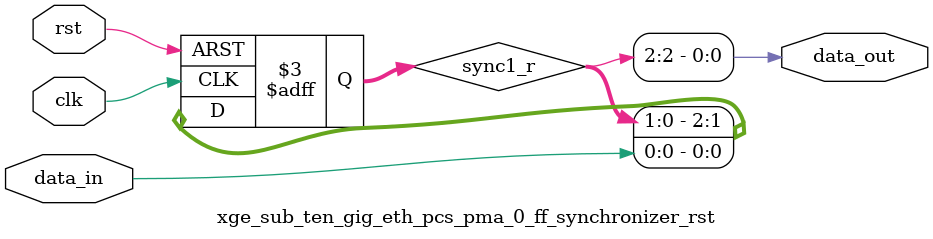
<source format=v>

`timescale 1ns / 1ps

module xge_sub_ten_gig_eth_pcs_pma_0_ff_synchronizer_rst #(
  parameter   C_NUM_SYNC_REGS = 3,
  parameter   C_RVAL = 1'b0
  )
  (
    input   wire  clk,
    input   wire  rst,
    input   wire  data_in,
    output  wire  data_out
  );
  
(* shreg_extract = "no", ASYNC_REG = "TRUE" *) reg  [C_NUM_SYNC_REGS-1:0]    sync1_r = {C_NUM_SYNC_REGS{C_RVAL}};

  //----------------------------------------------------------------------------
  // Synchronizer
  //----------------------------------------------------------------------------
  always @(posedge clk or posedge rst) begin
    if(rst)
      sync1_r <= {C_NUM_SYNC_REGS{C_RVAL}};
    else
      sync1_r <= {sync1_r[C_NUM_SYNC_REGS-2:0], data_in};
  end    
  
  assign data_out = sync1_r[C_NUM_SYNC_REGS-1];
endmodule

</source>
